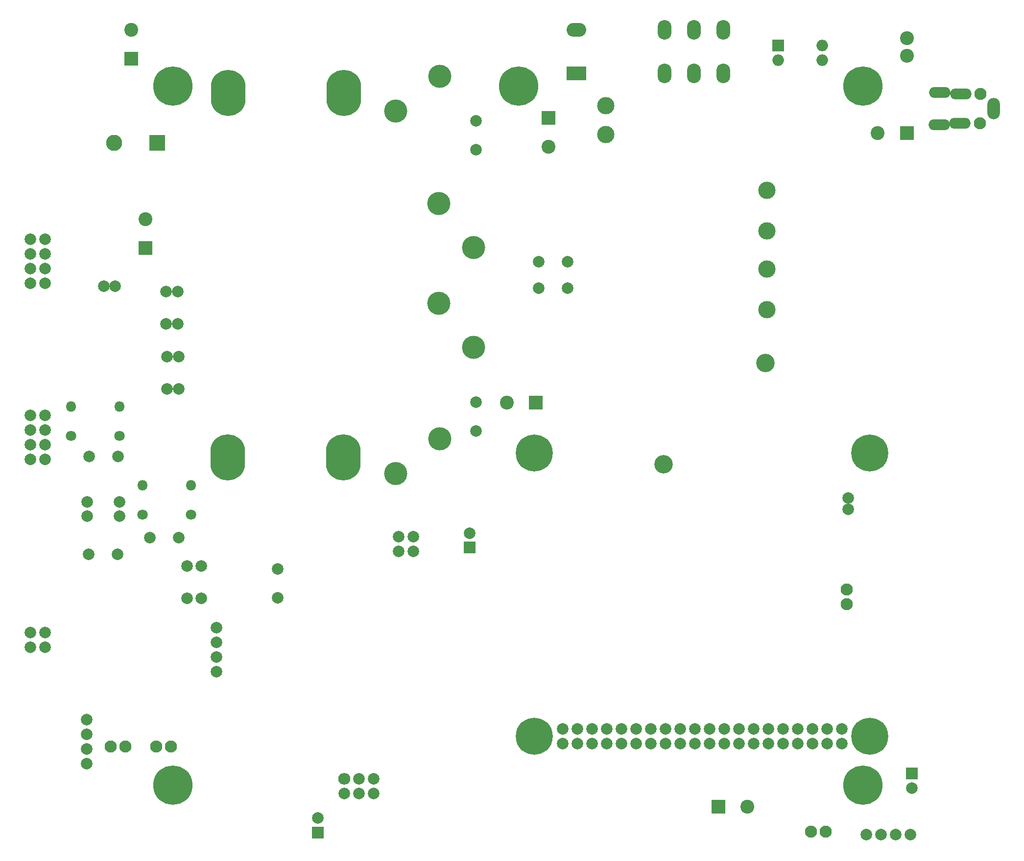
<source format=gbr>
G04 #@! TF.GenerationSoftware,KiCad,Pcbnew,(5.1.5)-3*
G04 #@! TF.CreationDate,2022-02-02T16:58:46+03:00*
G04 #@! TF.ProjectId,Streamer_ADAU1701_MK2,53747265-616d-4657-925f-414441553137,rev?*
G04 #@! TF.SameCoordinates,Original*
G04 #@! TF.FileFunction,Soldermask,Bot*
G04 #@! TF.FilePolarity,Negative*
%FSLAX46Y46*%
G04 Gerber Fmt 4.6, Leading zero omitted, Abs format (unit mm)*
G04 Created by KiCad (PCBNEW (5.1.5)-3) date 2022-02-02 16:58:46*
%MOMM*%
%LPD*%
G04 APERTURE LIST*
%ADD10C,2.000000*%
%ADD11R,2.000000X2.000000*%
%ADD12C,1.800000*%
%ADD13O,1.800000X1.800000*%
%ADD14C,4.000000*%
%ADD15O,2.100000X2.000000*%
%ADD16O,6.000000X8.000000*%
%ADD17C,6.800000*%
%ADD18C,6.400000*%
%ADD19C,2.400000*%
%ADD20C,3.000000*%
%ADD21O,2.200000X3.700000*%
%ADD22O,3.700000X1.900000*%
%ADD23C,2.100000*%
%ADD24R,2.400000X2.400000*%
%ADD25R,2.800000X2.800000*%
%ADD26C,2.800000*%
%ADD27O,2.000000X2.000000*%
%ADD28R,3.400000X2.400000*%
%ADD29O,3.400000X2.400000*%
%ADD30O,2.400000X3.400000*%
%ADD31C,3.200000*%
G04 APERTURE END LIST*
D10*
X143450000Y-109800000D03*
D11*
X143450000Y-112300000D03*
D10*
X159527200Y-143670800D03*
X159527200Y-146210800D03*
X162067200Y-143670800D03*
X162067200Y-146210800D03*
X164607200Y-143670800D03*
X164607200Y-146210800D03*
X167147200Y-143670800D03*
X167147200Y-146210800D03*
X169687200Y-143670800D03*
X169687200Y-146210800D03*
X172227200Y-143670800D03*
X172227200Y-146210800D03*
X174767200Y-143670800D03*
X174767200Y-146210800D03*
X177307200Y-143670800D03*
X177307200Y-146210800D03*
X179847200Y-143670800D03*
X179847200Y-146210800D03*
X182387200Y-143670800D03*
X182387200Y-146210800D03*
X184927200Y-143670800D03*
X184927200Y-146210800D03*
X187467200Y-143670800D03*
X187467200Y-146210800D03*
X190007200Y-143670800D03*
X190007200Y-146210800D03*
X192547200Y-143670800D03*
X192547200Y-146210800D03*
X195087200Y-143670800D03*
X195087200Y-146210800D03*
X197627200Y-143670800D03*
X197627200Y-146210800D03*
X200167200Y-143670800D03*
X200167200Y-146210800D03*
X202707200Y-143670800D03*
X202707200Y-146210800D03*
X205247200Y-143670800D03*
X205247200Y-146210800D03*
X207787200Y-143670800D03*
X207787200Y-146210800D03*
X117190000Y-159100000D03*
D11*
X117190000Y-161600000D03*
D10*
X219700000Y-162000000D03*
X217160000Y-162000000D03*
X214620000Y-162000000D03*
X212080000Y-162000000D03*
X82984000Y-106900000D03*
X82984000Y-104400000D03*
X208900000Y-105700000D03*
X208900000Y-103700000D03*
X77396000Y-106900000D03*
X77396000Y-104400000D03*
D12*
X86900000Y-106600000D03*
D13*
X86900000Y-101520000D03*
D10*
X99664000Y-126200000D03*
X99664000Y-128740000D03*
X99664000Y-133820000D03*
X99664000Y-131280000D03*
D14*
X138348200Y-93469300D03*
X130728200Y-99469300D03*
X144169000Y-77673300D03*
X138169000Y-70053300D03*
X138169000Y-52794000D03*
X144169000Y-60414000D03*
X138348200Y-30731300D03*
X130728200Y-36731300D03*
D10*
X67550500Y-66548000D03*
X70090500Y-66548000D03*
X67550500Y-64008000D03*
X70090500Y-64008000D03*
X67550500Y-61468000D03*
X70090500Y-61468000D03*
X67550500Y-58928000D03*
X70090500Y-58928000D03*
X67550500Y-97028000D03*
X70090500Y-97028000D03*
X67550500Y-94488000D03*
X70090500Y-94488000D03*
X67550500Y-91948000D03*
X70090500Y-91948000D03*
X67550500Y-89408000D03*
X70090500Y-89408000D03*
X67500500Y-127040800D03*
X70040500Y-127040800D03*
X67500500Y-129580800D03*
X70040500Y-129580800D03*
X133700000Y-110452000D03*
X133700000Y-112992000D03*
X131160000Y-110452000D03*
X131160000Y-112992000D03*
X126842000Y-152362000D03*
X126842000Y-154902000D03*
X124302000Y-152362000D03*
X124302000Y-154902000D03*
D15*
X121762000Y-152362000D03*
D10*
X121762000Y-154902000D03*
X77230000Y-149673000D03*
X77230000Y-147133000D03*
X77230000Y-144593000D03*
X77230000Y-142053000D03*
D16*
X101700000Y-33650000D03*
X121700000Y-33650000D03*
X101650000Y-96700000D03*
X121650000Y-96700000D03*
D17*
X211507200Y-153430800D03*
X92207200Y-153430800D03*
X92207200Y-32430800D03*
X151907200Y-32430800D03*
X211507200Y-32430800D03*
D18*
X212657200Y-95940800D03*
X154657200Y-95940800D03*
X212657200Y-144940800D03*
X154657200Y-144940800D03*
D10*
X94584000Y-121120000D03*
X97084000Y-121120000D03*
X94584000Y-115532000D03*
X97084000Y-115532000D03*
D19*
X219100000Y-24150000D03*
X219100000Y-27150000D03*
D20*
X167000000Y-35800000D03*
X167000000Y-40800000D03*
D21*
X234057200Y-36330800D03*
D22*
X228357200Y-33830800D03*
D23*
X231757200Y-33830800D03*
X231707200Y-38830800D03*
D22*
X228257200Y-38830800D03*
X224657200Y-39130800D03*
X224757200Y-33530800D03*
D24*
X85000000Y-27700000D03*
D19*
X85000000Y-22700000D03*
D11*
X219900000Y-151400000D03*
D10*
X219900000Y-153900000D03*
X93024000Y-73624000D03*
X91024000Y-73624000D03*
X93184000Y-79272000D03*
X91184000Y-79272000D03*
X91184000Y-84860000D03*
X93184000Y-84860000D03*
X92992000Y-68036000D03*
X90992000Y-68036000D03*
D25*
X89500000Y-42300000D03*
D26*
X82000000Y-42300000D03*
D10*
X144571200Y-43431300D03*
X144571200Y-38431300D03*
X155393200Y-62800000D03*
X160393200Y-62800000D03*
X155393200Y-67400000D03*
X160393200Y-67400000D03*
X144571200Y-92151300D03*
X144571200Y-87151300D03*
D11*
X196832200Y-25405800D03*
D27*
X204452200Y-27945800D03*
X196832200Y-27945800D03*
X204452200Y-25405800D03*
D23*
X89250000Y-146774000D03*
X91790000Y-146774000D03*
X83916000Y-146774000D03*
X81376000Y-146774000D03*
D20*
X194900000Y-50500000D03*
X194900000Y-57500000D03*
X194900000Y-64100000D03*
X194900000Y-71100000D03*
D28*
X161957200Y-30230800D03*
D29*
X161957200Y-22730800D03*
D30*
X182257200Y-30230800D03*
X187297200Y-22730800D03*
X177217200Y-22730800D03*
X177217200Y-30230800D03*
X182257200Y-22730800D03*
X187297200Y-30230800D03*
D31*
X194632000Y-80330800D03*
X177000000Y-97900000D03*
D23*
X202483200Y-161455200D03*
X205023200Y-161455200D03*
X208706200Y-119519800D03*
X208706200Y-122059800D03*
D24*
X157090000Y-37930000D03*
D19*
X157090000Y-42930000D03*
D24*
X219044000Y-40600000D03*
D19*
X214044000Y-40600000D03*
D13*
X95300000Y-101520000D03*
D12*
X95300000Y-106600000D03*
X82900000Y-93000000D03*
D13*
X82900000Y-87920000D03*
X74600000Y-87920000D03*
D12*
X74600000Y-93000000D03*
D19*
X191500000Y-157150000D03*
D24*
X186500000Y-157150000D03*
X154900000Y-87200000D03*
D19*
X149900000Y-87200000D03*
D10*
X80200000Y-67100000D03*
X82200000Y-67100000D03*
D19*
X87400000Y-55500000D03*
D24*
X87400000Y-60500000D03*
D10*
X82600000Y-113500000D03*
X77600000Y-113500000D03*
X110300000Y-116000000D03*
X110300000Y-121000000D03*
X77700000Y-96500000D03*
X82700000Y-96500000D03*
X88150000Y-110600000D03*
X93150000Y-110600000D03*
M02*

</source>
